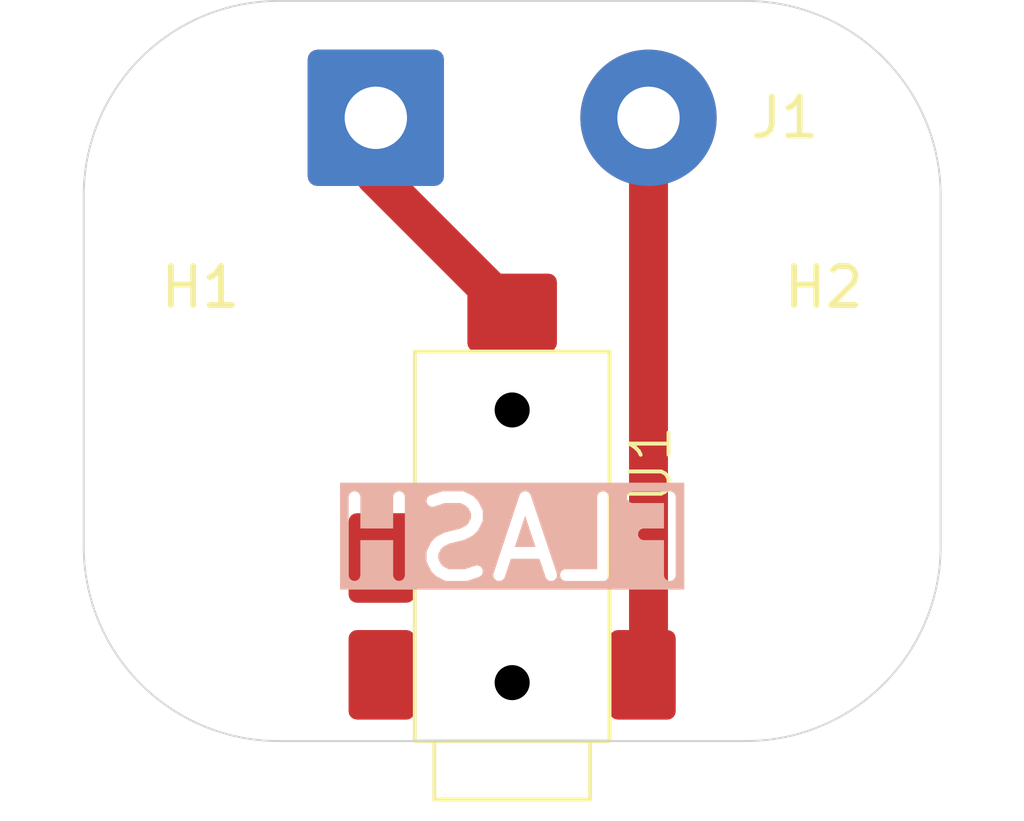
<source format=kicad_pcb>
(kicad_pcb (version 20241229) (generator "pcbnew") (generator_version "9.0")
  (title_block (date "2025-11-23"))
  (layers (0 "F.Cu" signal) (2 "B.Cu" signal) (13 "F.Paste" user) (15 "B.Paste" user) (5 "F.SilkS" user "F.Silkscreen") (7 "B.SilkS" user "B.Silkscreen") (1 "F.Mask" user) (3 "B.Mask" user) (25 "Edge.Cuts" user))
  (net 0 "")
  (net 3 "Net-(J1-Pin_1)")
  (net 4 "Net-(J1-Pin_2)")
  (footprint "MountingHole:MountingHole_2.7mm_M2.5" (layer "F.Cu") (at 54.1 88.9)
    (property "Reference" "H2" (at 0 -3.65 0) (layer "F.SilkS"))
    (property "Value" "MountingHole")
    (pad "" np_thru_hole circle (at 0 0) (size 2.7 2.7) (drill 2.7) (layers "*.Cu" "*.Mask"))
  )
  (footprint "KiCadLib:PJ-218X-SMT" (layer "F.Cu") (at 46.1 96.9 90)
    (property "Reference" "U1" (at 7.112 3.556 90) (layer "F.SilkS") (effects (font (thickness 0.1))))
    (property "Value" "~")
    (fp_poly (pts (xy 0 -2.5) (xy 10 -2.5) (xy 10 2.5) (xy 0 2.5)) (stroke (width 0.1)) (fill no) (layer "F.SilkS"))
    (fp_poly (pts (xy -1.5 -2) (xy 0 -2.000001) (xy 0 2.000001) (xy -1.5 2)) (stroke (width 0.1)) (fill no) (layer "F.SilkS"))
    (pad "" np_thru_hole circle (at 1.5 0 90) (size 2 2) (drill 0.9) (layers "*.Mask"))
    (pad "" np_thru_hole circle (at 8.500001 0 90) (size 2 2) (drill 0.9) (layers "*.Mask"))
    (pad "1" smd roundrect (at 1.7 -3.35 90) (size 2.3 1.7) (layers "F.Cu" "F.Mask" "F.Paste") (roundrect_rratio 0.125))
    (pad "2" smd roundrect (at 11.000001 0 90) (size 2 2.3) (layers "F.Cu" "F.Mask" "F.Paste") (roundrect_rratio 0.1086956522) (net 3 "Net-(J1-Pin_1)"))
    (pad "3" smd roundrect (at 4.7 -3.35 90) (size 2.3 1.7) (layers "F.Cu" "F.Mask" "F.Paste") (roundrect_rratio 0.125))
    (pad "4" smd roundrect (at 1.7 3.35 90) (size 2.3 1.7) (layers "F.Cu" "F.Mask" "F.Paste") (roundrect_rratio 0.125) (net 4 "Net-(J1-Pin_2)"))
  )
  (footprint "Connector_Wire:SolderWire-0.75sqmm_1x02_P7mm_D1.25mm_OD3.5mm" (layer "F.Cu") (at 42.6 80.9)
    (property "Reference" "J1" (at 10.5 0 0) (layer "F.SilkS"))
    (property "Value" "Conn_01x02_Socket")
    (pad "1" thru_hole roundrect (at 0 0) (size 3.5 3.5) (drill 1.6) (layers "*.Cu" "*.Mask") (roundrect_rratio 0.071429) (net 3 "Net-(J1-Pin_1)"))
    (pad "2" thru_hole circle (at 7 0) (size 3.5 3.5) (drill 1.6) (layers "*.Cu" "*.Mask") (net 4 "Net-(J1-Pin_2)"))
  )
  (footprint "MountingHole:MountingHole_2.7mm_M2.5" (layer "F.Cu") (at 38.1 88.9)
    (property "Reference" "H1" (at 0 -3.65 0) (layer "F.SilkS"))
    (property "Value" "MountingHole")
    (pad "" np_thru_hole circle (at 0 0) (size 2.7 2.7) (drill 2.7) (layers "*.Cu" "*.Mask"))
  )
  (gr_line (start 52.1 96.9) (end 40.1 96.9) (stroke (width 0.05)) (layer "Edge.Cuts"))
  (gr_arc (start 52.1 77.9) (mid 55.635534 79.364466) (end 57.1 82.9) (stroke (width 0.05)) (layer "Edge.Cuts"))
  (gr_line (start 40.1 77.9) (end 52.1 77.9) (stroke (width 0.05)) (layer "Edge.Cuts"))
  (gr_arc (start 57.1 91.9) (mid 55.635534 95.435534) (end 52.1 96.9) (stroke (width 0.05)) (layer "Edge.Cuts"))
  (gr_line (start 57.1 82.9) (end 57.1 91.9) (stroke (width 0.05)) (layer "Edge.Cuts"))
  (gr_arc (start 35.1 82.9) (mid 36.564466 79.364466) (end 40.1 77.9) (stroke (width 0.05)) (layer "Edge.Cuts"))
  (gr_line (start 35.1 91.9) (end 35.1 82.9) (stroke (width 0.05)) (layer "Edge.Cuts"))
  (gr_arc (start 40.1 96.9) (mid 36.564466 95.435534) (end 35.1 91.9) (stroke (width 0.05)) (layer "Edge.Cuts"))
  (gr_text "FLASH" (at 46.1 92.9 0) (layer "B.SilkS" knockout) (effects (font (size 2 2) (thickness 0.3)) (justify bottom mirror)))
  (segment (start 42.6 80.9) (end 42.6 82.399999) (width 1) (layer "F.Cu") (net 3))
  (segment (start 42.6 82.399999) (end 46.1 85.899999) (width 1) (layer "F.Cu") (net 3))
  (segment (start 49.6 80.9) (end 49.6 95.05) (width 1) (layer "F.Cu") (net 4))
  (segment (start 49.6 95.05) (end 49.45 95.2) (width 1) (layer "F.Cu") (net 4))
)
</source>
